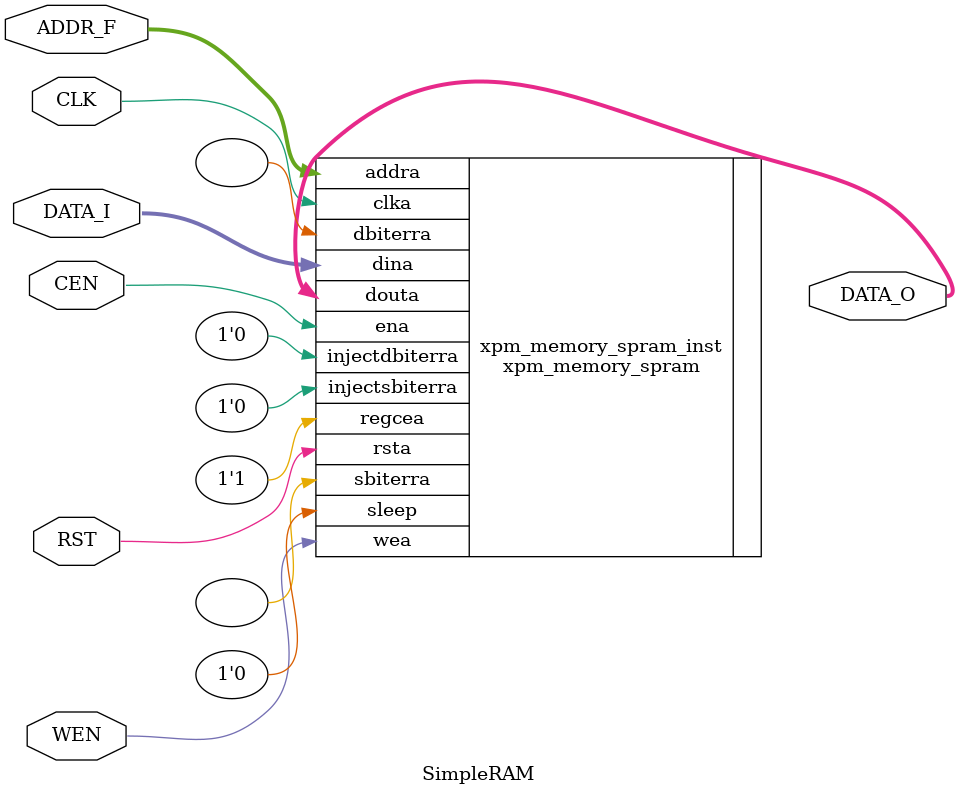
<source format=v>
`timescale 1ns / 1ps

module SimpleRAM #
(
    parameter ADDRW = 14,                   // RAMµØÖ·¿í¶È
    parameter DATAW = 2 ** 5,               // RAMÊý¾Ý¿í¶È
    parameter DEPTH = 2 ** 14,              // RAM´æ´¢Éî¶È
    parameter MEMORY_INIT_FILE = "none",    // RAM³õÊ¼»¯ÎÄ¼þ
    parameter SIM_ASSERT_CHK = 0            // ÊÇ·ñ¿ªÆô·ÂÕæµ÷ÊÔÐÅÏ¢
)
(
    input  CLK,                             // Ê±ÖÓÊäÈë
    input  RST,                             // ¸´Î»ÊäÈë
    input  WEN,                             // Ð´ÈëÊ¹ÄÜ
    input  CEN,                             // Ê±ÖÓÊ¹ÄÜ
    input  [ADDRW - 1 : 0] ADDR_F,          // ÄÚ´æµØÖ·
    input  [DATAW - 1 : 0] DATA_I,          // Êý¾ÝÊäÈë
    output [DATAW - 1 : 0] DATA_O           // Êý¾ÝÊä³ö
);

// xpm_memory_spram: µ¥¶Ë¿ÚRAM
// Xilinx Parameterized Macro, 2020.1°æ
xpm_memory_spram #(
    // Õû  Êý£ºÉèÖÃµ¥¶Ë¿ÚRAMµÄµØÖ·Ïß¿í¶È(²»Ó°ÏìÊµ¼ÊµÄ´æ´¢ÈÝÁ¿)
    .ADDR_WIDTH_A(ADDRW),
    // Õû  Êý£º×Ô¶¯ÐÝÃßÊ±¼ä(×Ô¶¯ÐÝÃßÊ¹ÄÜÊ±ÓÐÐ§)
    .AUTO_SLEEP_TIME(0),
    // Õû  Êý£ºÐ´Èë×Ö½Ú¿í¶È(Ð´ÈëÊ±¿ÉÒÔ´ËÎªµ¥Î»Ð´Èë)
    .BYTE_WRITE_WIDTH_A(DATAW),
    // Õû  Êý£º
    //  0 - Ã»ÓÐ¼¶Áª¸ß¶È, ÔÊÐíVivado×ÛºÏÊÇ×ÔÐÐÑ¡Ôñ
    // ¡Ý1 - Vivado×ÛºÏÉèÖÃ³ÉÖ¸¶¨¼¶Áª¸ß¶È
    .CASCADE_HEIGHT(0),
    // ×Ö·û´®£ºECCÐ£Ñé¾À´íÉèÖÃ
    // "no_ecc"                 - ½ûÓÃECC
    // "encode_only"            - ½öÆôÓÃECC±àÂëÆ÷
    // "decode_only"            - ½öÆôÓÃECC½âÂëÆ÷
    // "both_encode_and_decode" - Í¬Ê±ÆôÓÃECC±àÂëÆ÷ºÍ½âÂëÆ÷
    .ECC_MODE("no_ecc"),
    // ×Ö·û´®£ºRAM³õÊ¼»¯ÎÄ¼þ
    // Ê¹ÓÃÍâ²¿ÎÄ¼þµ¼Èë
    // Ã»ÓÐ³õÊ¼»¯ÄÚÈÝÊ±Ê¹ÓÃ"none"
    // ¸ñÊ½²Î¼ûUG953/UG974ÖÐÓÐ¹ØMemory File(´æ´¢ÎÄ¼þ)ÕÂ½Ú
    .MEMORY_INIT_FILE(MEMORY_INIT_FILE),
    // ×Ö·û´®£ºRAM³õÊ¼»¯²ÎÊý
    // Ê®Áù½øÖÆÊäÈë£¬Ã¿×Ö½Ú¼äÊ¹ÓÃ¶ººÅ","·Ö¸î£¬¿ÉÓÃÓÚÍêÕûÄÚ´æµÄ³õÊ¼»¯
    // ÀýÈç£ºparameter MEMORY_INIT_PARAM = "AB,CD,EF,1,2,34,56,78"
    // Ê¹ÓÃ"0"»òÕßÄÚÈÝÎª¿ÕµÄ×Ö·û´®""±íÊ¾Ã»ÓÐ³õÊ¼»¯²ÎÊý
    .MEMORY_INIT_PARAM("0"),
    // ×Ö·û´®£ºÊÇ·ñÓÅ»¯RAMÊ¹ÓÃ£¬Ê¹ÓÃ"true", "false"½øÐÐÑ¡Ôñ
    .MEMORY_OPTIMIZATION("true"),
    // ×Ö·û´®£ºÖ¸¶¨ÒªÊ¹ÓÃµÄÄÚ´æÔ­Óï(×ÊÔ´ÀàÐÍ)
    // "auto"        - ÔÊÐíVivado×ÛºÏ×ÔÐÐÑ¡Ôñ
    // "distributed" - ·Ö²¼Ê½´æ´¢
    // "block"       - ¿éÄÚ´æ´¢
    // "ultra"       - UltraRAM´æ´¢(½öÓÃÓÚUltraScale+Æ÷¼þÉÏ)
    .MEMORY_PRIMITIVE("auto"),
    // Õû  Êý£º´æ´¢ÈÝÁ¿ = ´æ´¢Î»¿í ¡Á ´æ´¢Éî¶È
    .MEMORY_SIZE(DATAW * DEPTH),
    // Õû  Êý£ºÊÇ·ñÆôÓÃ¶¯Ì¬ÐÅÏ¢±¨¸æ
    // 0 - ½ûÓÃ
    // 1 - ÆôÓÃ
    .MESSAGE_CONTROL(0),
    // Õû  Êý£ºÊý¾Ý¶ÁÈ¡×ÜÎ»¿í
    .READ_DATA_WIDTH_A(DATAW),
    // Õû  Êý£ºÊý¾Ý¶ÁÈ¡Ê±ÖÓÑÓ³Ù
    // =0 Ê±£¬Ê¹ÓÃ·Ö²¼Ê½´æ´¢
    // ¡Ý1 Ê±£¬Ê¹ÓÃBlock RAM(¿éÄÚ´æ´¢)
    // ÆäÖÐ£º
    //     =1 Ê±Ö»Ê¹ÓÃ´æ´¢×Ô´øËø´æÆ÷
    //     =2 Ê±Ê¹ÓÃÊä³ö¼Ä´æÆ÷
    //     >2 Ê±ÒýÈë´æ´¢Íâ¶îÍâµÄ´¥·¢Æ÷
    .READ_LATENCY_A(1),
    // ×Ö·û´®£ºÄÚ´æÖØÖÃÊ±£¬Ëø´æÆ÷/Êä³ö¼Ä´æÆ÷µÄÊä³öÄÚÈÝ
    // ÒÀ¾ÝÊý¾Ý¶ÁÈ¡×ÜÎ»¿íÉèÖÃÊ®Áù½øÖÆÖµ
    .READ_RESET_VALUE_A("0"),
    // ×Ö·û´®£ºÄÚ´æÖØÖÃÄ£Ê½
    //  "SYNC" - Í¬²½ÖØÖÃ£¬Êý¾ÝÊä³öÖØÖÃ³ÉREAD_RESET_VALUE_AÉèÖÃµÄÖµ
    // "ASYNC" - Òì²½ÖØÖÃ£¬Êý¾ÝÊä³öÖØÖÃ³ÉÁã
    .RST_MODE_A("SYNC"),
    // Õû  Êý£º
    // 0 = ½ûÓÃ·ÂÕæÐÅÏ¢
    // 1 = ÆôÓÃ·ÂÕæÐÅÏ¢
    .SIM_ASSERT_CHK(SIM_ASSERT_CHK),
    // Õû  Êý£ºÓÃÓÚÉú³ÉÄÚ´æ³õÊ¼»¯ÐÅÏ¢(°üÀ¨ÄÚ´æÄÚÈÝÎÄ¼þ¼ÓÔØ)
    .USE_MEM_INIT(1),
    // ×Ö·û´®£ºÄÚ´æ¶¯Ì¬ÐÝÃßÉè¶¨
    // "disable_sleep" - ½ûÓÃ¶¯Ì¬ÐÝÃß
    // "use_sleep_pin" - Ê¹ÓÃsleepÒý½Å¿ØÖÆ¶¯Ì¬ÐÝÃß
    .WAKEUP_TIME("disable_sleep"),
    // Õû  Êý£ºÊý¾ÝÐ´Èë×ÜÎ»¿í
    .WRITE_DATA_WIDTH_A(DATAW),
    // ×Ö·û´®£ºÊý¾ÝÐ´ÈëÊ±Êý¾ÝÊä³öÄ£Ê½
    // "read_first"  - ¶ÁÈ¡ÓÅÏÈ£ºÏÈ´ÓÄÚ´æÖÐ¶ÁÈ¡Ô­ÓÐÖµÖÁËø´æÆ÷/¼Ä´æÆ÷£¬ÔÙÏòÄÚ´æÖÐÐ´ÈëÐÂÖµ
    // "WEN_first" - Ð´ÈëÓÅÏÈ£ºÏÈÏòÄÚ´æÖÐÐ´ÈëÐÂÖµ£¬ÔÙ´ÓÄÚ´æÖÐ¶ÁÈ¡ÐÂµÄÖµÖÁËø´æÆ÷/¼Ä´æÆ÷
    // "no_change"   - ²»·¢Éú¸Ä±ä£ºÔÚÐ´ÈëÇ°ºó¹ý³ÌÖÐ£¬Êä³öËø´æÆ÷/¼Ä´æÆ÷ÄÚµÄÖµ²»·¢Éú¸Ä±ä
    .WRITE_MODE_A("WEN_first")
)
xpm_memory_spram_inst
(
    // ¶ÔÍâ¿ØÖÆÐÅºÅ
    .clka(CLK),                         // 1Î»ÊäÈë:                     Ê±ÖÓÐÅºÅ
    .rsta(RST),                         // 1Î»ÊäÈë:                     Êä³öÖØÖÃÐÅºÅ
    .wea(WEN),                          // (WRITE_DATA_WIDTH_A / BYTE_WRITE_WIDTH_A)Î»ÊäÈë: Ð´ÈëÊ¹ÄÜ£¬×¢ÒâÒÀ¾Ý×Ö½ÚÐ´Èë¿í¶È¿ÉÒÔ×ÔÐÐÑ¡ÔñÐ´Èëµ¥Ôª
    .ena(CEN),                          // 1Î»ÊäÈë:                     Ê±ÖÓÊ¹ÄÜ£¬¿ØÖÆ¶ÁÈ¡ºÍÐ´ÈëµÄÊ¹ÄÜ
    .addra(ADDR_F),                     // (ADDR_WIDTH_A)Î»ÊäÈë:        ÄÚ´æµØÖ·
    .dina (DATA_I),                     // (WRITE_DATA_WIDTH_A)Î»ÊäÈë:  Êý¾ÝÊäÈë
    .douta(DATA_O),                     // (READ_DATA_WIDTH_A)Î»ÊäÈë:   Êý¾ÝÊä³ö
    // ÄÚ²¿¿ØÖÆÐÅºÅ
    .sleep (1'b0),                      // 1Î»ÊäÈë: ÓÃÓÚ¶¯Ì¬ÐÝÃß¹¦ÄÜ¿ØÖÆ
    .regcea(1'b1),                      // 1Î»ÊäÈë: Ê¹ÄÜÊý¾ÝÊä³öËø´æÆ÷/¼Ä´æÆ÷Ê±ÖÓÐÅºÅ
    // ECCÐ£ÑéÒý½Å
    .injectdbiterra(1'b0),
    .injectsbiterra(1'b0),
    .dbiterra(),
    .sbiterra()
);

endmodule

</source>
